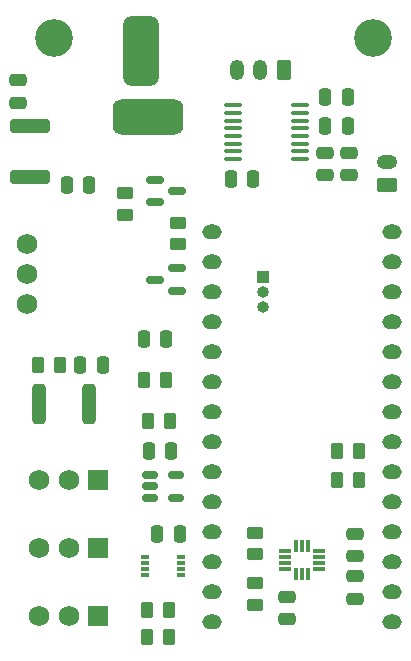
<source format=gts>
G04 #@! TF.GenerationSoftware,KiCad,Pcbnew,6.0.9-8da3e8f707~116~ubuntu20.04.1*
G04 #@! TF.CreationDate,2022-11-21T16:14:30-05:00*
G04 #@! TF.ProjectId,dynamixel_control,64796e61-6d69-4786-956c-5f636f6e7472,rev?*
G04 #@! TF.SameCoordinates,Original*
G04 #@! TF.FileFunction,Soldermask,Top*
G04 #@! TF.FilePolarity,Negative*
%FSLAX46Y46*%
G04 Gerber Fmt 4.6, Leading zero omitted, Abs format (unit mm)*
G04 Created by KiCad (PCBNEW 6.0.9-8da3e8f707~116~ubuntu20.04.1) date 2022-11-21 16:14:30*
%MOMM*%
%LPD*%
G01*
G04 APERTURE LIST*
G04 Aperture macros list*
%AMRoundRect*
0 Rectangle with rounded corners*
0 $1 Rounding radius*
0 $2 $3 $4 $5 $6 $7 $8 $9 X,Y pos of 4 corners*
0 Add a 4 corners polygon primitive as box body*
4,1,4,$2,$3,$4,$5,$6,$7,$8,$9,$2,$3,0*
0 Add four circle primitives for the rounded corners*
1,1,$1+$1,$2,$3*
1,1,$1+$1,$4,$5*
1,1,$1+$1,$6,$7*
1,1,$1+$1,$8,$9*
0 Add four rect primitives between the rounded corners*
20,1,$1+$1,$2,$3,$4,$5,0*
20,1,$1+$1,$4,$5,$6,$7,0*
20,1,$1+$1,$6,$7,$8,$9,0*
20,1,$1+$1,$8,$9,$2,$3,0*%
G04 Aperture macros list end*
%ADD10RoundRect,0.250000X-0.450000X0.262500X-0.450000X-0.262500X0.450000X-0.262500X0.450000X0.262500X0*%
%ADD11RoundRect,0.250000X-0.475000X0.250000X-0.475000X-0.250000X0.475000X-0.250000X0.475000X0.250000X0*%
%ADD12C,3.200000*%
%ADD13RoundRect,0.250000X-0.262500X-0.450000X0.262500X-0.450000X0.262500X0.450000X-0.262500X0.450000X0*%
%ADD14RoundRect,0.250000X-0.250000X-0.475000X0.250000X-0.475000X0.250000X0.475000X-0.250000X0.475000X0*%
%ADD15RoundRect,0.250000X-0.312500X-1.450000X0.312500X-1.450000X0.312500X1.450000X-0.312500X1.450000X0*%
%ADD16RoundRect,0.250000X0.625000X-0.350000X0.625000X0.350000X-0.625000X0.350000X-0.625000X-0.350000X0*%
%ADD17O,1.750000X1.200000*%
%ADD18RoundRect,0.250000X0.350000X0.625000X-0.350000X0.625000X-0.350000X-0.625000X0.350000X-0.625000X0*%
%ADD19O,1.200000X1.750000*%
%ADD20RoundRect,0.250000X0.262500X0.450000X-0.262500X0.450000X-0.262500X-0.450000X0.262500X-0.450000X0*%
%ADD21RoundRect,0.750000X0.750000X2.250000X-0.750000X2.250000X-0.750000X-2.250000X0.750000X-2.250000X0*%
%ADD22RoundRect,0.750000X-2.250000X0.750000X-2.250000X-0.750000X2.250000X-0.750000X2.250000X0.750000X0*%
%ADD23O,1.651000X1.270000*%
%ADD24RoundRect,0.250000X0.475000X-0.250000X0.475000X0.250000X-0.475000X0.250000X-0.475000X-0.250000X0*%
%ADD25RoundRect,0.150000X0.587500X0.150000X-0.587500X0.150000X-0.587500X-0.150000X0.587500X-0.150000X0*%
%ADD26RoundRect,0.250000X0.450000X-0.262500X0.450000X0.262500X-0.450000X0.262500X-0.450000X-0.262500X0*%
%ADD27RoundRect,0.150000X-0.587500X-0.150000X0.587500X-0.150000X0.587500X0.150000X-0.587500X0.150000X0*%
%ADD28R,1.750000X1.750000*%
%ADD29C,1.750000*%
%ADD30RoundRect,0.250000X0.250000X0.475000X-0.250000X0.475000X-0.250000X-0.475000X0.250000X-0.475000X0*%
%ADD31RoundRect,0.050000X-0.500000X-0.150000X0.500000X-0.150000X0.500000X0.150000X-0.500000X0.150000X0*%
%ADD32RoundRect,0.050000X-0.150000X-0.500000X0.150000X-0.500000X0.150000X0.500000X-0.150000X0.500000X0*%
%ADD33RoundRect,0.150000X-0.512500X-0.150000X0.512500X-0.150000X0.512500X0.150000X-0.512500X0.150000X0*%
%ADD34RoundRect,0.100000X0.637500X0.100000X-0.637500X0.100000X-0.637500X-0.100000X0.637500X-0.100000X0*%
%ADD35RoundRect,0.250000X-1.450000X0.312500X-1.450000X-0.312500X1.450000X-0.312500X1.450000X0.312500X0*%
%ADD36R,0.800000X0.300000*%
%ADD37R,1.000000X1.000000*%
%ADD38O,1.000000X1.000000*%
G04 APERTURE END LIST*
D10*
X30500000Y-37175000D03*
X30500000Y-39000000D03*
D11*
X47500000Y-33750000D03*
X47500000Y-35650000D03*
D12*
X24500000Y-24000000D03*
D13*
X32175000Y-53000000D03*
X34000000Y-53000000D03*
D14*
X47500000Y-29000000D03*
X49400000Y-29000000D03*
D15*
X23225000Y-55000000D03*
X27500000Y-55000000D03*
D12*
X51500000Y-24000000D03*
D16*
X52700000Y-36500000D03*
D17*
X52700000Y-34500000D03*
D11*
X44250000Y-71350000D03*
X44250000Y-73250000D03*
X50000000Y-69600000D03*
X50000000Y-71500000D03*
D18*
X44000000Y-26750000D03*
D19*
X42000000Y-26750000D03*
X40000000Y-26750000D03*
D14*
X26750000Y-51750000D03*
X28650000Y-51750000D03*
D10*
X35000000Y-39675000D03*
X35000000Y-41500000D03*
D20*
X34250000Y-74750000D03*
X32425000Y-74750000D03*
D13*
X48500000Y-61500000D03*
X50325000Y-61500000D03*
D14*
X47500000Y-31500000D03*
X49400000Y-31500000D03*
D21*
X31900000Y-25150000D03*
D22*
X32500000Y-30750000D03*
D23*
X37880000Y-43040000D03*
X37880000Y-45580000D03*
X37880000Y-48120000D03*
X37880000Y-50660000D03*
X53120000Y-45580000D03*
X37880000Y-53200000D03*
X37880000Y-55740000D03*
X37880000Y-58280000D03*
X37880000Y-60820000D03*
X37880000Y-63360000D03*
X37880000Y-65900000D03*
X37880000Y-68440000D03*
X37880000Y-70980000D03*
X37880000Y-73520000D03*
X53120000Y-73520000D03*
X53120000Y-70980000D03*
X53120000Y-68440000D03*
X53120000Y-65900000D03*
X53120000Y-63360000D03*
X53120000Y-60820000D03*
X53120000Y-58280000D03*
X53120000Y-55740000D03*
X53120000Y-53200000D03*
X53120000Y-50660000D03*
X53120000Y-48120000D03*
X37880000Y-40500000D03*
X53120000Y-43040000D03*
X53120000Y-40500000D03*
D24*
X49500000Y-35650000D03*
X49500000Y-33750000D03*
D14*
X33250000Y-66000000D03*
X35150000Y-66000000D03*
D25*
X34937500Y-45450000D03*
X34937500Y-43550000D03*
X33062500Y-44500000D03*
D26*
X41500000Y-67750000D03*
X41500000Y-65925000D03*
D24*
X21500000Y-29500000D03*
X21500000Y-27600000D03*
D27*
X33062500Y-36050000D03*
X33062500Y-37950000D03*
X34937500Y-37000000D03*
D28*
X28250000Y-73000000D03*
D29*
X25750000Y-73000000D03*
X23250000Y-73000000D03*
D14*
X25600000Y-36500000D03*
X27500000Y-36500000D03*
D29*
X22250000Y-41460000D03*
X22250000Y-44000000D03*
X22250000Y-46540000D03*
D30*
X34000000Y-49500000D03*
X32100000Y-49500000D03*
D31*
X44075000Y-67500000D03*
X44075000Y-69000000D03*
D32*
X45000000Y-69425000D03*
D31*
X44075000Y-68500000D03*
D32*
X45500000Y-69425000D03*
D31*
X46925000Y-68000000D03*
D32*
X46000000Y-69425000D03*
D31*
X46925000Y-67500000D03*
X44075000Y-68000000D03*
X46925000Y-69000000D03*
X46925000Y-68500000D03*
D32*
X46000000Y-67075000D03*
X45500000Y-67075000D03*
X45000000Y-67075000D03*
D14*
X39500000Y-36000000D03*
X41400000Y-36000000D03*
D13*
X23175000Y-51750000D03*
X25000000Y-51750000D03*
D24*
X50000000Y-67900000D03*
X50000000Y-66000000D03*
D28*
X28250000Y-61500000D03*
D29*
X25750000Y-61500000D03*
X23250000Y-61500000D03*
D33*
X32612500Y-61050000D03*
X32612500Y-62000000D03*
X32612500Y-62950000D03*
X34887500Y-62950000D03*
X34887500Y-61050000D03*
D13*
X32425000Y-72500000D03*
X34250000Y-72500000D03*
X48500000Y-59000000D03*
X50325000Y-59000000D03*
X32500000Y-56500000D03*
X34325000Y-56500000D03*
D34*
X45362500Y-34275000D03*
X45362500Y-33625000D03*
X45362500Y-32975000D03*
X45362500Y-32325000D03*
X45362500Y-31675000D03*
X45362500Y-31025000D03*
X45362500Y-30375000D03*
X45362500Y-29725000D03*
X39637500Y-29725000D03*
X39637500Y-30375000D03*
X39637500Y-31025000D03*
X39637500Y-31675000D03*
X39637500Y-32325000D03*
X39637500Y-32975000D03*
X39637500Y-33625000D03*
X39637500Y-34275000D03*
D26*
X41500000Y-72000000D03*
X41500000Y-70175000D03*
D35*
X22500000Y-31500000D03*
X22500000Y-35775000D03*
D36*
X32200000Y-68000000D03*
X32200000Y-68500000D03*
X32200000Y-69000000D03*
X32200000Y-69500000D03*
X35300000Y-69500000D03*
X35300000Y-69000000D03*
X35300000Y-68500000D03*
X35300000Y-68000000D03*
D28*
X28250000Y-67250000D03*
D29*
X25750000Y-67250000D03*
X23250000Y-67250000D03*
D30*
X34450000Y-59000000D03*
X32550000Y-59000000D03*
D37*
X42250000Y-44250000D03*
D38*
X42250000Y-45520000D03*
X42250000Y-46790000D03*
M02*

</source>
